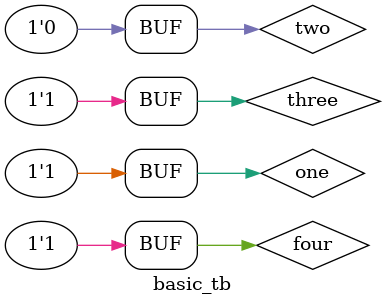
<source format=v>
module basic(one,two,three,four,eight);
input one,two,three,four;
output eight;
wire five,six,seven,nine;
or g1(five,two,three,four);
and g2(six,one,two,five);
not g3(seven,five);
nor g4(eight,six,nine);

or g5(nine,seven,1'b1);
endmodule

module basic_tb();
reg one,two,three,four;
wire eight;
basic uut(one,two,three,four,eight);
initial begin

one=1'b0; two=1'b0; three=1'b1; four=1'b0; #10;
one=1'b0; two=1'b0; three=1'b1; four=1'b1; #10;

one=1'b1; two=1'b0; three=1'b1; four=1'b0; #10;
one=1'b1; two=1'b0; three=1'b1; four=1'b1; #10;

end
endmodule

</source>
